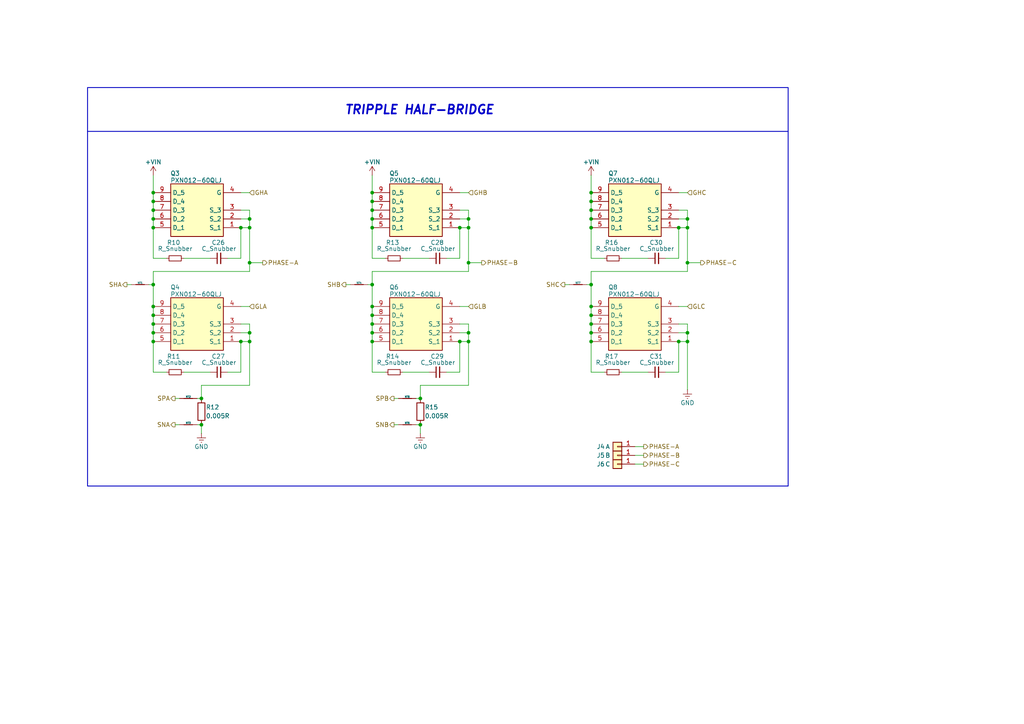
<source format=kicad_sch>
(kicad_sch (version 20231120) (generator "eeschema") (generator_version "8.0")
  (paper "A4")
  (lib_symbols
    (symbol "Connector_Generic:Conn_01x01" (pin_names (offset 1.016) hide)
      (property "Reference" "J" (at 0 2.54 0))
      (property "Value" "Conn_01x01" (at 0 -2.54 0))
      (symbol "Conn_01x01_1_1"
        (rectangle (start -1.27 0.127) (end 0 -0.127) (stroke (width 0.1524)))
        (rectangle (start -1.27 1.27) (end 1.27 -1.27) (stroke (width 0.254)) (fill (type background)))
        (pin passive line (at -5.08 0 0) (length 3.81) (name "Pin_1") (number "1"))
      )
    )
    (symbol "Device:C_Small" (pin_numbers hide) (pin_names (offset 0.254) hide)
      (property "Reference" "C" (at 0.254 1.778 0))
      (property "Value" "C_Small" (at 0.254 -2.032 0))
      (symbol "C_Small_0_1"
        (polyline (pts (xy -1.524 -0.508) (xy 1.524 -0.508)) (stroke (width 0.3302)))
        (polyline (pts (xy -1.524 0.508) (xy 1.524 0.508)) (stroke (width 0.3048)))
      )
      (symbol "C_Small_1_1"
        (pin passive line (at 0 2.54 270) (length 2.032) (name "~") (number "1"))
        (pin passive line (at 0 -2.54 90) (length 2.032) (name "~") (number "2"))
      )
    )
    (symbol "Device:NetTie_2" (pin_numbers hide) (pin_names (offset 0) hide) (in_bom no)
      (property "Reference" "NT" (at 0 1.27 0))
      (property "Value" "NetTie_2" (at 0 -1.27 0))
      (symbol "NetTie_2_0_1"
        (polyline (pts (xy -1.27 0) (xy 1.27 0)) (stroke (width 0.254)))
      )
      (symbol "NetTie_2_1_1"
        (pin passive line (at -2.54 0 0) (length 2.54) (name "1") (number "1"))
        (pin passive line (at 2.54 0 180) (length 2.54) (name "2") (number "2"))
      )
    )
    (symbol "Device:R" (pin_numbers hide) (pin_names (offset 0))
      (property "Reference" "R" (at 2.032 0 90))
      (property "Value" "R" (at 0 0 90))
      (symbol "R_0_1"
        (rectangle (start -1.016 -2.54) (end 1.016 2.54) (stroke (width 0.254)))
      )
      (symbol "R_1_1"
        (pin passive line (at 0 3.81 270) (length 1.27) (name "~") (number "1"))
        (pin passive line (at 0 -3.81 90) (length 1.27) (name "~") (number "2"))
      )
    )
    (symbol "Device:R_Small" (pin_numbers hide) (pin_names (offset 0.254) hide)
      (property "Reference" "R" (at 0.762 0.508 0))
      (property "Value" "R_Small" (at 0.762 -1.016 0))
      (symbol "R_Small_0_1"
        (rectangle (start -0.762 1.778) (end 0.762 -1.778) (stroke (width 0.2032)))
      )
      (symbol "R_Small_1_1"
        (pin passive line (at 0 2.54 270) (length 0.762) (name "~") (number "1"))
        (pin passive line (at 0 -2.54 90) (length 0.762) (name "~") (number "2"))
      )
    )
    (symbol "My_Symbol_Lib:PXN012-60QLJ"
      (property "Reference" "Q" (at 4.826 4.572 0))
      (property "Value" "PXN012-60QLJ" (at 4.826 -13.462 0))
      (symbol "PXN012-60QLJ_1_1"
        (rectangle (start 5.08 2.54) (end 20.32 -12.7) (stroke (width 0.254)) (fill (type background)))
        (pin passive line (at 0 0 0) (length 5.08) (name "S_1") (number "1"))
        (pin passive line (at 0 -2.54 0) (length 5.08) (name "S_2") (number "2"))
        (pin passive line (at 0 -5.08 0) (length 5.08) (name "S_3") (number "3"))
        (pin passive line (at 0 -10.16 0) (length 5.08) (name "G") (number "4"))
        (pin passive line (at 25.4 0 180) (length 5.08) (name "D_1") (number "5"))
        (pin passive line (at 25.4 -2.54 180) (length 5.08) (name "D_2") (number "6"))
        (pin passive line (at 25.4 -5.08 180) (length 5.08) (name "D_3") (number "7"))
        (pin passive line (at 25.4 -7.62 180) (length 5.08) (name "D_4") (number "8"))
        (pin passive line (at 25.4 -10.16 180) (length 5.08) (name "D_5") (number "9"))
      )
    )
    (symbol "power:Earth" (power) (pin_numbers hide) (pin_names (offset 0) hide)
      (property "Value" "Earth" (at 0 -3.81 0))
      (symbol "Earth_0_1"
        (polyline (pts (xy -0.635 -1.905) (xy 0.635 -1.905)))
        (polyline (pts (xy -0.127 -2.54) (xy 0.127 -2.54)))
        (polyline (pts (xy 0 -1.27) (xy 0 0)))
        (polyline (pts (xy 1.27 -1.27) (xy -1.27 -1.27)))
      )
      (symbol "Earth_1_1"
        (pin power_in line (at 0 0 270) (length 0) (name "~") (number "1"))
      )
    )
    (symbol "power:VCC" (power) (pin_numbers hide) (pin_names (offset 0) hide)
      (property "Value" "VCC" (at 0 3.556 0))
      (symbol "VCC_0_1"
        (polyline (pts (xy -0.762 1.27) (xy 0 2.54)))
        (polyline (pts (xy 0 0) (xy 0 2.54)))
        (polyline (pts (xy 0 2.54) (xy 0.762 1.27)))
      )
      (symbol "VCC_1_1"
        (pin power_in line (at 0 0 90) (length 0) (name "~") (number "1"))
      )
    )
  )
  (junction (at 107.95 55.88))
  (junction (at 58.42 123.19))
  (junction (at 72.39 66.04))
  (junction (at 107.95 91.44))
  (junction (at 171.45 88.9))
  (junction (at 69.85 66.04))
  (junction (at 44.45 55.88))
  (junction (at 107.95 63.5))
  (junction (at 196.85 99.06))
  (junction (at 121.92 115.57))
  (junction (at 199.39 76.2))
  (junction (at 171.45 63.5))
  (junction (at 107.95 93.98))
  (junction (at 171.45 96.52))
  (junction (at 171.45 82.55))
  (junction (at 72.39 76.2))
  (junction (at 135.89 96.52))
  (junction (at 199.39 96.52))
  (junction (at 171.45 60.96))
  (junction (at 107.95 88.9))
  (junction (at 133.35 66.04))
  (junction (at 44.45 96.52))
  (junction (at 171.45 99.06))
  (junction (at 199.39 66.04))
  (junction (at 58.42 115.57))
  (junction (at 44.45 58.42))
  (junction (at 135.89 99.06))
  (junction (at 44.45 91.44))
  (junction (at 107.95 66.04))
  (junction (at 121.92 123.19))
  (junction (at 72.39 96.52))
  (junction (at 44.45 88.9))
  (junction (at 44.45 66.04))
  (junction (at 107.95 96.52))
  (junction (at 133.35 99.06))
  (junction (at 171.45 93.98))
  (junction (at 44.45 99.06))
  (junction (at 107.95 60.96))
  (junction (at 171.45 55.88))
  (junction (at 107.95 99.06))
  (junction (at 107.95 82.55))
  (junction (at 199.39 63.5))
  (junction (at 171.45 91.44))
  (junction (at 44.45 82.55))
  (junction (at 135.89 76.2))
  (junction (at 196.85 66.04))
  (junction (at 44.45 63.5))
  (junction (at 135.89 66.04))
  (junction (at 44.45 60.96))
  (junction (at 44.45 93.98))
  (junction (at 135.89 63.5))
  (junction (at 199.39 99.06))
  (junction (at 171.45 66.04))
  (junction (at 107.95 58.42))
  (junction (at 69.85 99.06))
  (junction (at 72.39 63.5))
  (junction (at 171.45 58.42))
  (junction (at 72.39 99.06))
  (wire (pts (xy 133.35 66.04) (xy 133.35 74.93)))
  (wire (pts (xy 135.89 55.88) (xy 133.35 55.88)))
  (wire (pts (xy 72.39 66.04) (xy 72.39 76.2)))
  (wire (pts (xy 58.42 123.19) (xy 58.42 125.73)))
  (wire (pts (xy 135.89 96.52) (xy 133.35 96.52)))
  (wire (pts (xy 107.95 55.88) (xy 107.95 58.42)))
  (wire (pts (xy 72.39 93.98) (xy 69.85 93.98)))
  (wire (pts (xy 133.35 99.06) (xy 133.35 107.95)))
  (wire (pts (xy 72.39 78.74) (xy 44.45 78.74)))
  (wire (pts (xy 76.2 76.2) (xy 72.39 76.2)))
  (wire (pts (xy 199.39 76.2) (xy 199.39 78.74)))
  (wire (pts (xy 135.89 96.52) (xy 135.89 99.06)))
  (wire (pts (xy 44.45 99.06) (xy 44.45 107.95)))
  (wire (pts (xy 72.39 63.5) (xy 69.85 63.5)))
  (wire (pts (xy 170.18 82.55) (xy 171.45 82.55)))
  (wire (pts (xy 171.45 93.98) (xy 171.45 96.52)))
  (wire (pts (xy 44.45 63.5) (xy 44.45 66.04)))
  (wire (pts (xy 171.45 50.8) (xy 171.45 55.88)))
  (wire (pts (xy 69.85 66.04) (xy 69.85 74.93)))
  (wire (pts (xy 135.89 88.9) (xy 133.35 88.9)))
  (wire (pts (xy 72.39 99.06) (xy 72.39 111.76)))
  (wire (pts (xy 171.45 96.52) (xy 171.45 99.06)))
  (wire (pts (xy 199.39 99.06) (xy 196.85 99.06)))
  (wire (pts (xy 44.45 74.93) (xy 48.26 74.93)))
  (wire (pts (xy 106.68 82.55) (xy 107.95 82.55)))
  (wire (pts (xy 184.15 132.08) (xy 186.69 132.08)))
  (wire (pts (xy 135.89 76.2) (xy 135.89 78.74)))
  (wire (pts (xy 121.92 111.76) (xy 121.92 115.57)))
  (wire (pts (xy 135.89 111.76) (xy 121.92 111.76)))
  (wire (pts (xy 171.45 78.74) (xy 171.45 82.55)))
  (wire (pts (xy 171.45 88.9) (xy 171.45 91.44)))
  (wire (pts (xy 72.39 60.96) (xy 69.85 60.96)))
  (wire (pts (xy 135.89 93.98) (xy 135.89 96.52)))
  (wire (pts (xy 135.89 78.74) (xy 107.95 78.74)))
  (wire (pts (xy 135.89 66.04) (xy 133.35 66.04)))
  (wire (pts (xy 135.89 99.06) (xy 133.35 99.06)))
  (wire (pts (xy 44.45 66.04) (xy 44.45 74.93)))
  (wire (pts (xy 72.39 55.88) (xy 69.85 55.88)))
  (wire (pts (xy 171.45 74.93) (xy 175.26 74.93)))
  (wire (pts (xy 57.15 115.57) (xy 58.42 115.57)))
  (wire (pts (xy 72.39 63.5) (xy 72.39 66.04)))
  (wire (pts (xy 44.45 107.95) (xy 48.26 107.95)))
  (wire (pts (xy 60.96 107.95) (xy 53.34 107.95)))
  (wire (pts (xy 120.65 115.57) (xy 121.92 115.57)))
  (wire (pts (xy 107.95 74.93) (xy 111.76 74.93)))
  (wire (pts (xy 199.39 96.52) (xy 199.39 99.06)))
  (wire (pts (xy 124.46 74.93) (xy 116.84 74.93)))
  (wire (pts (xy 114.3 115.57) (xy 115.57 115.57)))
  (wire (pts (xy 72.39 93.98) (xy 72.39 96.52)))
  (wire (pts (xy 44.45 88.9) (xy 44.45 91.44)))
  (wire (pts (xy 72.39 96.52) (xy 69.85 96.52)))
  (wire (pts (xy 114.3 123.19) (xy 115.57 123.19)))
  (wire (pts (xy 199.39 99.06) (xy 199.39 113.03)))
  (wire (pts (xy 171.45 66.04) (xy 171.45 74.93)))
  (wire (pts (xy 124.46 107.95) (xy 116.84 107.95)))
  (wire (pts (xy 199.39 96.52) (xy 196.85 96.52)))
  (wire (pts (xy 199.39 78.74) (xy 171.45 78.74)))
  (wire (pts (xy 44.45 55.88) (xy 44.45 58.42)))
  (wire (pts (xy 199.39 93.98) (xy 196.85 93.98)))
  (wire (pts (xy 72.39 96.52) (xy 72.39 99.06)))
  (wire (pts (xy 72.39 66.04) (xy 69.85 66.04)))
  (wire (pts (xy 44.45 93.98) (xy 44.45 96.52)))
  (wire (pts (xy 43.18 82.55) (xy 44.45 82.55)))
  (wire (pts (xy 184.15 134.62) (xy 186.69 134.62)))
  (wire (pts (xy 107.95 60.96) (xy 107.95 63.5)))
  (wire (pts (xy 171.45 63.5) (xy 171.45 66.04)))
  (wire (pts (xy 135.89 99.06) (xy 135.89 111.76)))
  (polyline (pts (xy 25.4 38.1) (xy 228.6 38.1)) (stroke (width 0.254)))
  (wire (pts (xy 135.89 60.96) (xy 135.89 63.5)))
  (wire (pts (xy 66.04 74.93) (xy 69.85 74.93)))
  (wire (pts (xy 58.42 111.76) (xy 58.42 115.57)))
  (wire (pts (xy 121.92 123.19) (xy 121.92 125.73)))
  (wire (pts (xy 107.95 78.74) (xy 107.95 82.55)))
  (wire (pts (xy 72.39 60.96) (xy 72.39 63.5)))
  (wire (pts (xy 135.89 63.5) (xy 133.35 63.5)))
  (wire (pts (xy 107.95 50.8) (xy 107.95 55.88)))
  (wire (pts (xy 196.85 66.04) (xy 196.85 74.93)))
  (wire (pts (xy 171.45 99.06) (xy 171.45 107.95)))
  (wire (pts (xy 107.95 93.98) (xy 107.95 96.52)))
  (wire (pts (xy 199.39 60.96) (xy 199.39 63.5)))
  (wire (pts (xy 44.45 60.96) (xy 44.45 63.5)))
  (wire (pts (xy 139.7 76.2) (xy 135.89 76.2)))
  (wire (pts (xy 135.89 63.5) (xy 135.89 66.04)))
  (wire (pts (xy 199.39 63.5) (xy 196.85 63.5)))
  (wire (pts (xy 135.89 66.04) (xy 135.89 76.2)))
  (wire (pts (xy 44.45 58.42) (xy 44.45 60.96)))
  (wire (pts (xy 199.39 66.04) (xy 199.39 76.2)))
  (wire (pts (xy 69.85 99.06) (xy 69.85 107.95)))
  (wire (pts (xy 107.95 99.06) (xy 107.95 107.95)))
  (wire (pts (xy 199.39 55.88) (xy 196.85 55.88)))
  (wire (pts (xy 171.45 60.96) (xy 171.45 63.5)))
  (wire (pts (xy 120.65 123.19) (xy 121.92 123.19)))
  (wire (pts (xy 44.45 96.52) (xy 44.45 99.06)))
  (wire (pts (xy 72.39 99.06) (xy 69.85 99.06)))
  (wire (pts (xy 107.95 58.42) (xy 107.95 60.96)))
  (wire (pts (xy 36.83 82.55) (xy 38.1 82.55)))
  (wire (pts (xy 193.04 107.95) (xy 196.85 107.95)))
  (wire (pts (xy 50.8 115.57) (xy 52.07 115.57)))
  (wire (pts (xy 199.39 63.5) (xy 199.39 66.04)))
  (wire (pts (xy 163.83 82.55) (xy 165.1 82.55)))
  (wire (pts (xy 44.45 82.55) (xy 44.45 88.9)))
  (wire (pts (xy 44.45 91.44) (xy 44.45 93.98)))
  (wire (pts (xy 187.96 107.95) (xy 180.34 107.95)))
  (wire (pts (xy 72.39 88.9) (xy 69.85 88.9)))
  (wire (pts (xy 66.04 107.95) (xy 69.85 107.95)))
  (wire (pts (xy 187.96 74.93) (xy 180.34 74.93)))
  (wire (pts (xy 199.39 88.9) (xy 196.85 88.9)))
  (wire (pts (xy 44.45 78.74) (xy 44.45 82.55)))
  (wire (pts (xy 72.39 76.2) (xy 72.39 78.74)))
  (wire (pts (xy 57.15 123.19) (xy 58.42 123.19)))
  (wire (pts (xy 184.15 129.54) (xy 186.69 129.54)))
  (wire (pts (xy 199.39 76.2) (xy 203.2 76.2)))
  (wire (pts (xy 107.95 66.04) (xy 107.95 74.93)))
  (wire (pts (xy 72.39 111.76) (xy 58.42 111.76)))
  (wire (pts (xy 193.04 74.93) (xy 196.85 74.93)))
  (wire (pts (xy 107.95 82.55) (xy 107.95 88.9)))
  (wire (pts (xy 129.54 107.95) (xy 133.35 107.95)))
  (wire (pts (xy 135.89 93.98) (xy 133.35 93.98)))
  (wire (pts (xy 199.39 60.96) (xy 196.85 60.96)))
  (wire (pts (xy 107.95 91.44) (xy 107.95 93.98)))
  (wire (pts (xy 135.89 60.96) (xy 133.35 60.96)))
  (wire (pts (xy 171.45 82.55) (xy 171.45 88.9)))
  (wire (pts (xy 171.45 55.88) (xy 171.45 58.42)))
  (wire (pts (xy 107.95 88.9) (xy 107.95 91.44)))
  (wire (pts (xy 171.45 91.44) (xy 171.45 93.98)))
  (wire (pts (xy 44.45 50.8) (xy 44.45 55.88)))
  (wire (pts (xy 171.45 58.42) (xy 171.45 60.96)))
  (wire (pts (xy 100.33 82.55) (xy 101.6 82.55)))
  (wire (pts (xy 107.95 107.95) (xy 111.76 107.95)))
  (wire (pts (xy 196.85 99.06) (xy 196.85 107.95)))
  (wire (pts (xy 107.95 96.52) (xy 107.95 99.06)))
  (wire (pts (xy 129.54 74.93) (xy 133.35 74.93)))
  (wire (pts (xy 107.95 63.5) (xy 107.95 66.04)))
  (wire (pts (xy 60.96 74.93) (xy 53.34 74.93)))
  (wire (pts (xy 171.45 107.95) (xy 175.26 107.95)))
  (wire (pts (xy 199.39 66.04) (xy 196.85 66.04)))
  (wire (pts (xy 50.8 123.19) (xy 52.07 123.19)))
  (wire (pts (xy 199.39 93.98) (xy 199.39 96.52)))
  (rectangle (start 25.4 25.4) (end 228.6 140.97) (stroke (width 0.254)))
  (text "TRIPPLE HALF-BRIDGE" (at 121.666 32.004 0) (effects (font (size 2.54 2.54) (thickness 0.508) (bold yes) (italic yes))))
  (hierarchical_label "PHASE-C" (shape output) (at 186.69 134.62 0))
  (hierarchical_label "SPB" (shape output) (at 114.3 115.57 180))
  (hierarchical_label "SNB" (shape output) (at 114.3 123.19 180))
  (hierarchical_label "SHB" (shape output) (at 100.33 82.55 180))
  (hierarchical_label "GHC" (shape input) (at 199.39 55.88 0))
  (hierarchical_label "PHASE-B" (shape output) (at 186.69 132.08 0))
  (hierarchical_label "GLA" (shape input) (at 72.39 88.9 0))
  (hierarchical_label "GLC" (shape input) (at 199.39 88.9 0))
  (hierarchical_label "GHB" (shape input) (at 135.89 55.88 0))
  (hierarchical_label "PHASE-B" (shape output) (at 139.7 76.2 0))
  (hierarchical_label "GHA" (shape input) (at 72.39 55.88 0))
  (hierarchical_label "PHASE-A" (shape output) (at 186.69 129.54 0))
  (hierarchical_label "PHASE-A" (shape output) (at 76.2 76.2 0))
  (hierarchical_label "SNA" (shape output) (at 50.8 123.19 180))
  (hierarchical_label "SHC" (shape output) (at 163.83 82.55 180))
  (hierarchical_label "SPA" (shape output) (at 50.8 115.57 180))
  (hierarchical_label "GLB" (shape input) (at 135.89 88.9 0))
  (hierarchical_label "SHA" (shape output) (at 36.83 82.55 180))
  (hierarchical_label "PHASE-C" (shape output) (at 203.2 76.2 0))
  (symbol (lib_id "Connector_Generic:Conn_01x01") (at 179.07 129.54 180) (unit 1)
    (property "Reference" "J4" (at 174.244 129.54 0))
    (property "Value" "A" (at 176.276 129.54 0))
    (property "Footprint" "TestPoint:TestPoint_Plated_Hole_D2.0mm" (effects (hide yes)))
    (property "Description" "Generic connector, single row, 01x01, script generated (kicad-library-utils/schlib/autogen/connector/)" (effects (hide yes)))
  )
  (symbol (lib_id "Device:R") (at 121.92 119.38 0) (unit 1)
    (property "Reference" "R15" (at 123.19 118.11 0) (effects (justify left)))
    (property "Value" "0.005R" (at 123.19 120.65 0) (effects (justify left)))
    (property "Footprint" "Resistor_SMD:R_0612_1632Metric" (effects (hide yes)))
    (property "Description" "Resistor" (effects (hide yes)))
    (property "Link" "https://www.mouser.com.tr/ProductDetail/Vishay-Dale/WFCP06125L000FE66?qs=Li%252BoUPsLEntOIxQAi9LW9w%3D%3D" (effects (hide yes)))
    (property "Mfr.No" "WFCP06125L000FE66" (effects (hide yes)))
    (property "Watt" "2W" (effects (hide yes)))
  )
  (symbol (lib_id "power:VCC") (at 107.95 50.8 0) (unit 1)
    (property "Reference" "#PWR054" (effects (hide yes)))
    (property "Value" "+VIN" (at 107.95 46.99 0))
    (property "Description" "Power symbol creates a global label with name \"VCC\"" (effects (hide yes)))
  )
  (symbol (lib_id "Device:NetTie_2") (at 54.61 123.19 0) (unit 1) (in_bom no)
    (property "Reference" "NT3" (at 54.61 122.682 0) (effects (font (size 0.508 0.508))))
    (property "Value" "NetTie_2" (effects (hide yes)))
    (property "Footprint" "NetTie:NetTie-2_SMD_Pad0.5mm" (effects (hide yes)))
    (property "Description" "Net tie, 2 pins" (effects (hide yes)))
  )
  (symbol (lib_id "power:VCC") (at 44.45 50.8 0) (unit 1)
    (property "Reference" "#PWR052" (effects (hide yes)))
    (property "Value" "+VIN" (at 44.45 46.99 0))
    (property "Description" "Power symbol creates a global label with name \"VCC\"" (effects (hide yes)))
  )
  (symbol (lib_id "Device:C_Small") (at 63.5 107.95 90) (unit 1)
    (property "Reference" "C27" (at 65.278 103.378 90) (effects (justify left)))
    (property "Value" "C_Snubber" (at 68.58 105.156 90) (effects (justify left)))
    (property "Footprint" "Capacitor_SMD:C_0603_1608Metric" (effects (hide yes)))
    (property "Description" "Unpolarized capacitor, small symbol" (effects (hide yes)))
  )
  (symbol (lib_id "My_Symbol_Lib:PXN012-60QLJ") (at 196.85 99.06 180) (unit 1)
    (property "Reference" "Q8" (at 177.8 83.312 0))
    (property "Value" "PXN012-60QLJ" (at 183.896 85.344 0))
    (property "Footprint" "My_Footprint_Lib:MLPAK33" (effects (hide yes)))
    (property "Datasheet" "https://assets.nexperia.com/documents/data-sheet/PXN012-60QL.pdf" (effects (hide yes)))
    (property "Description" "MOSFET PXN012-60QL - N-channel 60 V, 11.5 mOhm, logic level Trench MOSFET in MLPAK33" (effects (hide yes)))
    (property "Link" "https://www.mouser.com.tr/ProductDetail/Nexperia/PXN012-60QLJ?qs=e8oIoAS2J1QjnV%252B6VAm%2F2A%3D%3D" (effects (hide yes)))
    (property "Mfr.No" "PXN012-60QLJ" (effects (hide yes)))
  )
  (symbol (lib_id "Device:R_Small") (at 114.3 74.93 90) (unit 1)
    (property "Reference" "R13" (at 115.824 70.358 90) (effects (justify left)))
    (property "Value" "R_Snubber" (at 119.38 72.136 90) (effects (justify left)))
    (property "Footprint" "Resistor_SMD:R_0805_2012Metric" (effects (hide yes)))
    (property "Description" "Resistor, small symbol" (effects (hide yes)))
  )
  (symbol (lib_id "power:Earth") (at 199.39 113.03 0) (unit 1)
    (property "Reference" "#PWR057" (effects (hide yes)))
    (property "Value" "GND" (at 199.39 116.84 0))
    (property "Description" "Power symbol creates a global label with name \"Earth\"" (effects (hide yes)))
  )
  (symbol (lib_id "Device:C_Small") (at 127 107.95 90) (unit 1)
    (property "Reference" "C29" (at 128.778 103.378 90) (effects (justify left)))
    (property "Value" "C_Snubber" (at 132.08 105.156 90) (effects (justify left)))
    (property "Footprint" "Capacitor_SMD:C_0603_1608Metric" (effects (hide yes)))
    (property "Description" "Unpolarized capacitor, small symbol" (effects (hide yes)))
  )
  (symbol (lib_id "Device:NetTie_2") (at 40.64 82.55 0) (unit 1) (in_bom no)
    (property "Reference" "NT1" (at 40.64 82.042 0) (effects (font (size 0.508 0.508))))
    (property "Value" "NetTie_2" (effects (hide yes)))
    (property "Footprint" "NetTie:NetTie-2_SMD_Pad0.5mm" (effects (hide yes)))
    (property "Description" "Net tie, 2 pins" (effects (hide yes)))
  )
  (symbol (lib_id "Device:NetTie_2") (at 118.11 123.19 0) (unit 1) (in_bom no)
    (property "Reference" "NT6" (at 118.11 122.682 0) (effects (font (size 0.508 0.508))))
    (property "Value" "NetTie_2" (effects (hide yes)))
    (property "Footprint" "NetTie:NetTie-2_SMD_Pad0.5mm" (effects (hide yes)))
    (property "Description" "Net tie, 2 pins" (effects (hide yes)))
  )
  (symbol (lib_id "Device:R_Small") (at 50.8 74.93 90) (unit 1)
    (property "Reference" "R10" (at 52.324 70.358 90) (effects (justify left)))
    (property "Value" "R_Snubber" (at 55.88 72.136 90) (effects (justify left)))
    (property "Footprint" "Resistor_SMD:R_0805_2012Metric" (effects (hide yes)))
    (property "Description" "Resistor, small symbol" (effects (hide yes)))
  )
  (symbol (lib_id "Device:C_Small") (at 190.5 107.95 90) (unit 1)
    (property "Reference" "C31" (at 192.278 103.378 90) (effects (justify left)))
    (property "Value" "C_Snubber" (at 195.58 105.156 90) (effects (justify left)))
    (property "Footprint" "Capacitor_SMD:C_0603_1608Metric" (effects (hide yes)))
    (property "Description" "Unpolarized capacitor, small symbol" (effects (hide yes)))
  )
  (symbol (lib_id "Connector_Generic:Conn_01x01") (at 179.07 132.08 180) (unit 1)
    (property "Reference" "J5" (at 174.244 132.08 0))
    (property "Value" "B" (at 176.276 132.08 0))
    (property "Footprint" "TestPoint:TestPoint_Plated_Hole_D2.0mm" (effects (hide yes)))
    (property "Description" "Generic connector, single row, 01x01, script generated (kicad-library-utils/schlib/autogen/connector/)" (effects (hide yes)))
  )
  (symbol (lib_id "Device:R_Small") (at 114.3 107.95 90) (unit 1)
    (property "Reference" "R14" (at 115.824 103.378 90) (effects (justify left)))
    (property "Value" "R_Snubber" (at 119.38 105.156 90) (effects (justify left)))
    (property "Footprint" "Resistor_SMD:R_0805_2012Metric" (effects (hide yes)))
    (property "Description" "Resistor, small symbol" (effects (hide yes)))
  )
  (symbol (lib_id "Device:R_Small") (at 177.8 107.95 90) (unit 1)
    (property "Reference" "R17" (at 179.324 103.378 90) (effects (justify left)))
    (property "Value" "R_Snubber" (at 182.88 105.156 90) (effects (justify left)))
    (property "Footprint" "Resistor_SMD:R_0805_2012Metric" (effects (hide yes)))
    (property "Description" "Resistor, small symbol" (effects (hide yes)))
  )
  (symbol (lib_id "Device:R_Small") (at 50.8 107.95 90) (unit 1)
    (property "Reference" "R11" (at 52.324 103.378 90) (effects (justify left)))
    (property "Value" "R_Snubber" (at 55.88 105.156 90) (effects (justify left)))
    (property "Footprint" "Resistor_SMD:R_0805_2012Metric" (effects (hide yes)))
    (property "Description" "Resistor, small symbol" (effects (hide yes)))
  )
  (symbol (lib_id "My_Symbol_Lib:PXN012-60QLJ") (at 196.85 66.04 180) (unit 1)
    (property "Reference" "Q7" (at 177.8 50.292 0))
    (property "Value" "PXN012-60QLJ" (at 183.896 52.324 0))
    (property "Footprint" "My_Footprint_Lib:MLPAK33" (effects (hide yes)))
    (property "Datasheet" "https://assets.nexperia.com/documents/data-sheet/PXN012-60QL.pdf" (effects (hide yes)))
    (property "Description" "MOSFET PXN012-60QL - N-channel 60 V, 11.5 mOhm, logic level Trench MOSFET in MLPAK33" (effects (hide yes)))
    (property "Link" "https://www.mouser.com.tr/ProductDetail/Nexperia/PXN012-60QLJ?qs=e8oIoAS2J1QjnV%252B6VAm%2F2A%3D%3D" (effects (hide yes)))
    (property "Mfr.No" "PXN012-60QLJ" (effects (hide yes)))
  )
  (symbol (lib_id "Connector_Generic:Conn_01x01") (at 179.07 134.62 180) (unit 1)
    (property "Reference" "J6" (at 174.244 134.62 0))
    (property "Value" "C" (at 176.276 134.62 0))
    (property "Footprint" "TestPoint:TestPoint_Plated_Hole_D2.0mm" (effects (hide yes)))
    (property "Description" "Generic connector, single row, 01x01, script generated (kicad-library-utils/schlib/autogen/connector/)" (effects (hide yes)))
  )
  (symbol (lib_id "Device:NetTie_2") (at 167.64 82.55 0) (unit 1) (in_bom no)
    (property "Reference" "NT7" (at 167.64 82.042 0) (effects (font (size 0.508 0.508))))
    (property "Value" "NetTie_2" (effects (hide yes)))
    (property "Footprint" "NetTie:NetTie-2_SMD_Pad0.5mm" (effects (hide yes)))
    (property "Description" "Net tie, 2 pins" (effects (hide yes)))
  )
  (symbol (lib_id "Device:C_Small") (at 190.5 74.93 90) (unit 1)
    (property "Reference" "C30" (at 192.278 70.358 90) (effects (justify left)))
    (property "Value" "C_Snubber" (at 195.58 72.136 90) (effects (justify left)))
    (property "Footprint" "Capacitor_SMD:C_0603_1608Metric" (effects (hide yes)))
    (property "Description" "Unpolarized capacitor, small symbol" (effects (hide yes)))
  )
  (symbol (lib_id "Device:NetTie_2") (at 104.14 82.55 0) (unit 1) (in_bom no)
    (property "Reference" "NT4" (at 104.14 82.042 0) (effects (font (size 0.508 0.508))))
    (property "Value" "NetTie_2" (effects (hide yes)))
    (property "Footprint" "NetTie:NetTie-2_SMD_Pad0.5mm" (effects (hide yes)))
    (property "Description" "Net tie, 2 pins" (effects (hide yes)))
  )
  (symbol (lib_id "Device:R") (at 58.42 119.38 0) (unit 1)
    (property "Reference" "R12" (at 59.69 118.11 0) (effects (justify left)))
    (property "Value" "0.005R" (at 59.69 120.65 0) (effects (justify left)))
    (property "Footprint" "Resistor_SMD:R_0612_1632Metric" (effects (hide yes)))
    (property "Description" "Resistor" (effects (hide yes)))
    (property "Link" "https://www.mouser.com.tr/ProductDetail/Vishay-Dale/WFCP06125L000FE66?qs=Li%252BoUPsLEntOIxQAi9LW9w%3D%3D" (effects (hide yes)))
    (property "Mfr.No" "WFCP06125L000FE66" (effects (hide yes)))
    (property "Watt" "2W" (effects (hide yes)))
  )
  (symbol (lib_id "My_Symbol_Lib:PXN012-60QLJ") (at 133.35 99.06 180) (unit 1)
    (property "Reference" "Q6" (at 114.3 83.312 0))
    (property "Value" "PXN012-60QLJ" (at 120.396 85.344 0))
    (property "Footprint" "My_Footprint_Lib:MLPAK33" (effects (hide yes)))
    (property "Datasheet" "https://assets.nexperia.com/documents/data-sheet/PXN012-60QL.pdf" (effects (hide yes)))
    (property "Description" "MOSFET PXN012-60QL - N-channel 60 V, 11.5 mOhm, logic level Trench MOSFET in MLPAK33" (effects (hide yes)))
    (property "Link" "https://www.mouser.com.tr/ProductDetail/Nexperia/PXN012-60QLJ?qs=e8oIoAS2J1QjnV%252B6VAm%2F2A%3D%3D" (effects (hide yes)))
    (property "Mfr.No" "PXN012-60QLJ" (effects (hide yes)))
  )
  (symbol (lib_id "Device:R_Small") (at 177.8 74.93 90) (unit 1)
    (property "Reference" "R16" (at 179.324 70.358 90) (effects (justify left)))
    (property "Value" "R_Snubber" (at 182.88 72.136 90) (effects (justify left)))
    (property "Footprint" "Resistor_SMD:R_0805_2012Metric" (effects (hide yes)))
    (property "Description" "Resistor, small symbol" (effects (hide yes)))
  )
  (symbol (lib_id "Device:NetTie_2") (at 54.61 115.57 0) (unit 1) (in_bom no)
    (property "Reference" "NT2" (at 54.61 115.062 0) (effects (font (size 0.508 0.508))))
    (property "Value" "NetTie_2" (effects (hide yes)))
    (property "Footprint" "NetTie:NetTie-2_SMD_Pad0.5mm" (effects (hide yes)))
    (property "Description" "Net tie, 2 pins" (effects (hide yes)))
  )
  (symbol (lib_id "My_Symbol_Lib:PXN012-60QLJ") (at 69.85 66.04 180) (unit 1)
    (property "Reference" "Q3" (at 50.8 50.292 0))
    (property "Value" "PXN012-60QLJ" (at 56.896 52.324 0))
    (property "Footprint" "My_Footprint_Lib:MLPAK33" (effects (hide yes)))
    (property "Datasheet" "https://assets.nexperia.com/documents/data-sheet/PXN012-60QL.pdf" (effects (hide yes)))
    (property "Description" "MOSFET PXN012-60QL - N-channel 60 V, 11.5 mOhm, logic level Trench MOSFET in MLPAK33" (effects (hide yes)))
    (property "Link" "https://www.mouser.com.tr/ProductDetail/Nexperia/PXN012-60QLJ?qs=e8oIoAS2J1QjnV%252B6VAm%2F2A%3D%3D" (effects (hide yes)))
    (property "Mfr.No" "PXN012-60QLJ" (effects (hide yes)))
  )
  (symbol (lib_id "power:Earth") (at 121.92 125.73 0) (unit 1)
    (property "Reference" "#PWR055" (effects (hide yes)))
    (property "Value" "GND" (at 121.92 129.54 0))
    (property "Description" "Power symbol creates a global label with name \"Earth\"" (effects (hide yes)))
  )
  (symbol (lib_id "Device:C_Small") (at 63.5 74.93 90) (unit 1)
    (property "Reference" "C26" (at 65.278 70.358 90) (effects (justify left)))
    (property "Value" "C_Snubber" (at 68.58 72.136 90) (effects (justify left)))
    (property "Footprint" "Capacitor_SMD:C_0603_1608Metric" (effects (hide yes)))
    (property "Description" "Unpolarized capacitor, small symbol" (effects (hide yes)))
  )
  (symbol (lib_id "power:Earth") (at 58.42 125.73 0) (unit 1)
    (property "Reference" "#PWR053" (effects (hide yes)))
    (property "Value" "GND" (at 58.42 129.54 0))
    (property "Description" "Power symbol creates a global label with name \"Earth\"" (effects (hide yes)))
  )
  (symbol (lib_id "power:VCC") (at 171.45 50.8 0) (unit 1)
    (property "Reference" "#PWR056" (effects (hide yes)))
    (property "Value" "+VIN" (at 171.45 46.99 0))
    (property "Description" "Power symbol creates a global label with name \"VCC\"" (effects (hide yes)))
  )
  (symbol (lib_id "Device:C_Small") (at 127 74.93 90) (unit 1)
    (property "Reference" "C28" (at 128.778 70.358 90) (effects (justify left)))
    (property "Value" "C_Snubber" (at 132.08 72.136 90) (effects (justify left)))
    (property "Footprint" "Capacitor_SMD:C_0603_1608Metric" (effects (hide yes)))
    (property "Description" "Unpolarized capacitor, small symbol" (effects (hide yes)))
  )
  (symbol (lib_id "My_Symbol_Lib:PXN012-60QLJ") (at 133.35 66.04 180) (unit 1)
    (property "Reference" "Q5" (at 114.3 50.292 0))
    (property "Value" "PXN012-60QLJ" (at 120.396 52.324 0))
    (property "Footprint" "My_Footprint_Lib:MLPAK33" (effects (hide yes)))
    (property "Datasheet" "https://assets.nexperia.com/documents/data-sheet/PXN012-60QL.pdf" (effects (hide yes)))
    (property "Description" "MOSFET PXN012-60QL - N-channel 60 V, 11.5 mOhm, logic level Trench MOSFET in MLPAK33" (effects (hide yes)))
    (property "Link" "https://www.mouser.com.tr/ProductDetail/Nexperia/PXN012-60QLJ?qs=e8oIoAS2J1QjnV%252B6VAm%2F2A%3D%3D" (effects (hide yes)))
    (property "Mfr.No" "PXN012-60QLJ" (effects (hide yes)))
  )
  (symbol (lib_id "Device:NetTie_2") (at 118.11 115.57 0) (unit 1) (in_bom no)
    (property "Reference" "NT5" (at 118.11 115.062 0) (effects (font (size 0.508 0.508))))
    (property "Value" "NetTie_2" (effects (hide yes)))
    (property "Footprint" "NetTie:NetTie-2_SMD_Pad0.5mm" (effects (hide yes)))
    (property "Description" "Net tie, 2 pins" (effects (hide yes)))
  )
  (symbol (lib_id "My_Symbol_Lib:PXN012-60QLJ") (at 69.85 99.06 180) (unit 1)
    (property "Reference" "Q4" (at 50.8 83.312 0))
    (property "Value" "PXN012-60QLJ" (at 56.896 85.344 0))
    (property "Footprint" "My_Footprint_Lib:MLPAK33" (effects (hide yes)))
    (property "Datasheet" "https://assets.nexperia.com/documents/data-sheet/PXN012-60QL.pdf" (effects (hide yes)))
    (property "Description" "MOSFET PXN012-60QL - N-channel 60 V, 11.5 mOhm, logic level Trench MOSFET in MLPAK33" (effects (hide yes)))
    (property "Link" "https://www.mouser.com.tr/ProductDetail/Nexperia/PXN012-60QLJ?qs=e8oIoAS2J1QjnV%252B6VAm%2F2A%3D%3D" (effects (hide yes)))
    (property "Mfr.No" "PXN012-60QLJ" (effects (hide yes)))
  )
)
</source>
